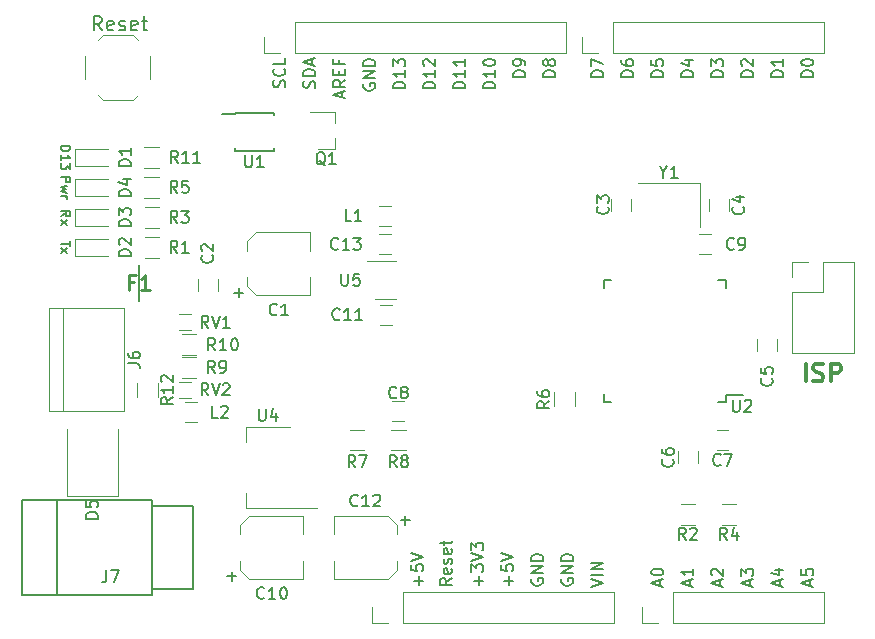
<source format=gto>
G04 #@! TF.FileFunction,Legend,Top*
%FSLAX46Y46*%
G04 Gerber Fmt 4.6, Leading zero omitted, Abs format (unit mm)*
G04 Created by KiCad (PCBNEW 4.0.7) date 10/13/17 09:52:24*
%MOMM*%
%LPD*%
G01*
G04 APERTURE LIST*
%ADD10C,0.100000*%
%ADD11C,0.200000*%
%ADD12C,0.300000*%
%ADD13C,0.150000*%
%ADD14C,0.120000*%
%ADD15C,0.254000*%
G04 APERTURE END LIST*
D10*
D11*
X101671429Y-122570905D02*
X101671429Y-121809000D01*
X102052381Y-122189952D02*
X101290476Y-122189952D01*
X101052381Y-120856619D02*
X101052381Y-121332810D01*
X101528571Y-121380429D01*
X101480952Y-121332810D01*
X101433333Y-121237572D01*
X101433333Y-120999476D01*
X101480952Y-120904238D01*
X101528571Y-120856619D01*
X101623810Y-120809000D01*
X101861905Y-120809000D01*
X101957143Y-120856619D01*
X102004762Y-120904238D01*
X102052381Y-120999476D01*
X102052381Y-121237572D01*
X102004762Y-121332810D01*
X101957143Y-121380429D01*
X101052381Y-120523286D02*
X102052381Y-120189953D01*
X101052381Y-119856619D01*
X104465381Y-121999476D02*
X103989190Y-122332810D01*
X104465381Y-122570905D02*
X103465381Y-122570905D01*
X103465381Y-122189952D01*
X103513000Y-122094714D01*
X103560619Y-122047095D01*
X103655857Y-121999476D01*
X103798714Y-121999476D01*
X103893952Y-122047095D01*
X103941571Y-122094714D01*
X103989190Y-122189952D01*
X103989190Y-122570905D01*
X104417762Y-121189952D02*
X104465381Y-121285190D01*
X104465381Y-121475667D01*
X104417762Y-121570905D01*
X104322524Y-121618524D01*
X103941571Y-121618524D01*
X103846333Y-121570905D01*
X103798714Y-121475667D01*
X103798714Y-121285190D01*
X103846333Y-121189952D01*
X103941571Y-121142333D01*
X104036810Y-121142333D01*
X104132048Y-121618524D01*
X104417762Y-120761381D02*
X104465381Y-120666143D01*
X104465381Y-120475667D01*
X104417762Y-120380428D01*
X104322524Y-120332809D01*
X104274905Y-120332809D01*
X104179667Y-120380428D01*
X104132048Y-120475667D01*
X104132048Y-120618524D01*
X104084429Y-120713762D01*
X103989190Y-120761381D01*
X103941571Y-120761381D01*
X103846333Y-120713762D01*
X103798714Y-120618524D01*
X103798714Y-120475667D01*
X103846333Y-120380428D01*
X104417762Y-119523285D02*
X104465381Y-119618523D01*
X104465381Y-119809000D01*
X104417762Y-119904238D01*
X104322524Y-119951857D01*
X103941571Y-119951857D01*
X103846333Y-119904238D01*
X103798714Y-119809000D01*
X103798714Y-119618523D01*
X103846333Y-119523285D01*
X103941571Y-119475666D01*
X104036810Y-119475666D01*
X104132048Y-119951857D01*
X103798714Y-119189952D02*
X103798714Y-118809000D01*
X103465381Y-119047095D02*
X104322524Y-119047095D01*
X104417762Y-118999476D01*
X104465381Y-118904238D01*
X104465381Y-118809000D01*
X106751429Y-122570905D02*
X106751429Y-121809000D01*
X107132381Y-122189952D02*
X106370476Y-122189952D01*
X106132381Y-121428048D02*
X106132381Y-120809000D01*
X106513333Y-121142334D01*
X106513333Y-120999476D01*
X106560952Y-120904238D01*
X106608571Y-120856619D01*
X106703810Y-120809000D01*
X106941905Y-120809000D01*
X107037143Y-120856619D01*
X107084762Y-120904238D01*
X107132381Y-120999476D01*
X107132381Y-121285191D01*
X107084762Y-121380429D01*
X107037143Y-121428048D01*
X106132381Y-120523286D02*
X107132381Y-120189953D01*
X106132381Y-119856619D01*
X106132381Y-119618524D02*
X106132381Y-118999476D01*
X106513333Y-119332810D01*
X106513333Y-119189952D01*
X106560952Y-119094714D01*
X106608571Y-119047095D01*
X106703810Y-118999476D01*
X106941905Y-118999476D01*
X107037143Y-119047095D01*
X107084762Y-119094714D01*
X107132381Y-119189952D01*
X107132381Y-119475667D01*
X107084762Y-119570905D01*
X107037143Y-119618524D01*
X109291429Y-122570905D02*
X109291429Y-121809000D01*
X109672381Y-122189952D02*
X108910476Y-122189952D01*
X108672381Y-120856619D02*
X108672381Y-121332810D01*
X109148571Y-121380429D01*
X109100952Y-121332810D01*
X109053333Y-121237572D01*
X109053333Y-120999476D01*
X109100952Y-120904238D01*
X109148571Y-120856619D01*
X109243810Y-120809000D01*
X109481905Y-120809000D01*
X109577143Y-120856619D01*
X109624762Y-120904238D01*
X109672381Y-120999476D01*
X109672381Y-121237572D01*
X109624762Y-121332810D01*
X109577143Y-121380429D01*
X108672381Y-120523286D02*
X109672381Y-120189953D01*
X108672381Y-119856619D01*
X111260000Y-122047095D02*
X111212381Y-122142333D01*
X111212381Y-122285190D01*
X111260000Y-122428048D01*
X111355238Y-122523286D01*
X111450476Y-122570905D01*
X111640952Y-122618524D01*
X111783810Y-122618524D01*
X111974286Y-122570905D01*
X112069524Y-122523286D01*
X112164762Y-122428048D01*
X112212381Y-122285190D01*
X112212381Y-122189952D01*
X112164762Y-122047095D01*
X112117143Y-121999476D01*
X111783810Y-121999476D01*
X111783810Y-122189952D01*
X112212381Y-121570905D02*
X111212381Y-121570905D01*
X112212381Y-120999476D01*
X111212381Y-120999476D01*
X112212381Y-120523286D02*
X111212381Y-120523286D01*
X111212381Y-120285191D01*
X111260000Y-120142333D01*
X111355238Y-120047095D01*
X111450476Y-119999476D01*
X111640952Y-119951857D01*
X111783810Y-119951857D01*
X111974286Y-119999476D01*
X112069524Y-120047095D01*
X112164762Y-120142333D01*
X112212381Y-120285191D01*
X112212381Y-120523286D01*
X113800000Y-122047095D02*
X113752381Y-122142333D01*
X113752381Y-122285190D01*
X113800000Y-122428048D01*
X113895238Y-122523286D01*
X113990476Y-122570905D01*
X114180952Y-122618524D01*
X114323810Y-122618524D01*
X114514286Y-122570905D01*
X114609524Y-122523286D01*
X114704762Y-122428048D01*
X114752381Y-122285190D01*
X114752381Y-122189952D01*
X114704762Y-122047095D01*
X114657143Y-121999476D01*
X114323810Y-121999476D01*
X114323810Y-122189952D01*
X114752381Y-121570905D02*
X113752381Y-121570905D01*
X114752381Y-120999476D01*
X113752381Y-120999476D01*
X114752381Y-120523286D02*
X113752381Y-120523286D01*
X113752381Y-120285191D01*
X113800000Y-120142333D01*
X113895238Y-120047095D01*
X113990476Y-119999476D01*
X114180952Y-119951857D01*
X114323810Y-119951857D01*
X114514286Y-119999476D01*
X114609524Y-120047095D01*
X114704762Y-120142333D01*
X114752381Y-120285191D01*
X114752381Y-120523286D01*
X116292381Y-122713762D02*
X117292381Y-122380429D01*
X116292381Y-122047095D01*
X117292381Y-121713762D02*
X116292381Y-121713762D01*
X117292381Y-121237572D02*
X116292381Y-121237572D01*
X117292381Y-120666143D01*
X116292381Y-120666143D01*
X134786667Y-122618524D02*
X134786667Y-122142333D01*
X135072381Y-122713762D02*
X134072381Y-122380429D01*
X135072381Y-122047095D01*
X134072381Y-121237571D02*
X134072381Y-121713762D01*
X134548571Y-121761381D01*
X134500952Y-121713762D01*
X134453333Y-121618524D01*
X134453333Y-121380428D01*
X134500952Y-121285190D01*
X134548571Y-121237571D01*
X134643810Y-121189952D01*
X134881905Y-121189952D01*
X134977143Y-121237571D01*
X135024762Y-121285190D01*
X135072381Y-121380428D01*
X135072381Y-121618524D01*
X135024762Y-121713762D01*
X134977143Y-121761381D01*
X132246667Y-122618524D02*
X132246667Y-122142333D01*
X132532381Y-122713762D02*
X131532381Y-122380429D01*
X132532381Y-122047095D01*
X131865714Y-121285190D02*
X132532381Y-121285190D01*
X131484762Y-121523286D02*
X132199048Y-121761381D01*
X132199048Y-121142333D01*
X129706667Y-122618524D02*
X129706667Y-122142333D01*
X129992381Y-122713762D02*
X128992381Y-122380429D01*
X129992381Y-122047095D01*
X128992381Y-121809000D02*
X128992381Y-121189952D01*
X129373333Y-121523286D01*
X129373333Y-121380428D01*
X129420952Y-121285190D01*
X129468571Y-121237571D01*
X129563810Y-121189952D01*
X129801905Y-121189952D01*
X129897143Y-121237571D01*
X129944762Y-121285190D01*
X129992381Y-121380428D01*
X129992381Y-121666143D01*
X129944762Y-121761381D01*
X129897143Y-121809000D01*
X127166667Y-122618524D02*
X127166667Y-122142333D01*
X127452381Y-122713762D02*
X126452381Y-122380429D01*
X127452381Y-122047095D01*
X126547619Y-121761381D02*
X126500000Y-121713762D01*
X126452381Y-121618524D01*
X126452381Y-121380428D01*
X126500000Y-121285190D01*
X126547619Y-121237571D01*
X126642857Y-121189952D01*
X126738095Y-121189952D01*
X126880952Y-121237571D01*
X127452381Y-121809000D01*
X127452381Y-121189952D01*
X124626667Y-122618524D02*
X124626667Y-122142333D01*
X124912381Y-122713762D02*
X123912381Y-122380429D01*
X124912381Y-122047095D01*
X124912381Y-121189952D02*
X124912381Y-121761381D01*
X124912381Y-121475667D02*
X123912381Y-121475667D01*
X124055238Y-121570905D01*
X124150476Y-121666143D01*
X124198095Y-121761381D01*
X122086667Y-122618524D02*
X122086667Y-122142333D01*
X122372381Y-122713762D02*
X121372381Y-122380429D01*
X122372381Y-122047095D01*
X121372381Y-121523286D02*
X121372381Y-121428047D01*
X121420000Y-121332809D01*
X121467619Y-121285190D01*
X121562857Y-121237571D01*
X121753333Y-121189952D01*
X121991429Y-121189952D01*
X122181905Y-121237571D01*
X122277143Y-121285190D01*
X122324762Y-121332809D01*
X122372381Y-121428047D01*
X122372381Y-121523286D01*
X122324762Y-121618524D01*
X122277143Y-121666143D01*
X122181905Y-121713762D01*
X121991429Y-121761381D01*
X121753333Y-121761381D01*
X121562857Y-121713762D01*
X121467619Y-121666143D01*
X121420000Y-121618524D01*
X121372381Y-121523286D01*
X135072381Y-79565286D02*
X134072381Y-79565286D01*
X134072381Y-79327191D01*
X134120000Y-79184333D01*
X134215238Y-79089095D01*
X134310476Y-79041476D01*
X134500952Y-78993857D01*
X134643810Y-78993857D01*
X134834286Y-79041476D01*
X134929524Y-79089095D01*
X135024762Y-79184333D01*
X135072381Y-79327191D01*
X135072381Y-79565286D01*
X134072381Y-78374810D02*
X134072381Y-78279571D01*
X134120000Y-78184333D01*
X134167619Y-78136714D01*
X134262857Y-78089095D01*
X134453333Y-78041476D01*
X134691429Y-78041476D01*
X134881905Y-78089095D01*
X134977143Y-78136714D01*
X135024762Y-78184333D01*
X135072381Y-78279571D01*
X135072381Y-78374810D01*
X135024762Y-78470048D01*
X134977143Y-78517667D01*
X134881905Y-78565286D01*
X134691429Y-78612905D01*
X134453333Y-78612905D01*
X134262857Y-78565286D01*
X134167619Y-78517667D01*
X134120000Y-78470048D01*
X134072381Y-78374810D01*
X132532381Y-79565286D02*
X131532381Y-79565286D01*
X131532381Y-79327191D01*
X131580000Y-79184333D01*
X131675238Y-79089095D01*
X131770476Y-79041476D01*
X131960952Y-78993857D01*
X132103810Y-78993857D01*
X132294286Y-79041476D01*
X132389524Y-79089095D01*
X132484762Y-79184333D01*
X132532381Y-79327191D01*
X132532381Y-79565286D01*
X132532381Y-78041476D02*
X132532381Y-78612905D01*
X132532381Y-78327191D02*
X131532381Y-78327191D01*
X131675238Y-78422429D01*
X131770476Y-78517667D01*
X131818095Y-78612905D01*
X129992381Y-79565286D02*
X128992381Y-79565286D01*
X128992381Y-79327191D01*
X129040000Y-79184333D01*
X129135238Y-79089095D01*
X129230476Y-79041476D01*
X129420952Y-78993857D01*
X129563810Y-78993857D01*
X129754286Y-79041476D01*
X129849524Y-79089095D01*
X129944762Y-79184333D01*
X129992381Y-79327191D01*
X129992381Y-79565286D01*
X129087619Y-78612905D02*
X129040000Y-78565286D01*
X128992381Y-78470048D01*
X128992381Y-78231952D01*
X129040000Y-78136714D01*
X129087619Y-78089095D01*
X129182857Y-78041476D01*
X129278095Y-78041476D01*
X129420952Y-78089095D01*
X129992381Y-78660524D01*
X129992381Y-78041476D01*
X127452381Y-79565286D02*
X126452381Y-79565286D01*
X126452381Y-79327191D01*
X126500000Y-79184333D01*
X126595238Y-79089095D01*
X126690476Y-79041476D01*
X126880952Y-78993857D01*
X127023810Y-78993857D01*
X127214286Y-79041476D01*
X127309524Y-79089095D01*
X127404762Y-79184333D01*
X127452381Y-79327191D01*
X127452381Y-79565286D01*
X126452381Y-78660524D02*
X126452381Y-78041476D01*
X126833333Y-78374810D01*
X126833333Y-78231952D01*
X126880952Y-78136714D01*
X126928571Y-78089095D01*
X127023810Y-78041476D01*
X127261905Y-78041476D01*
X127357143Y-78089095D01*
X127404762Y-78136714D01*
X127452381Y-78231952D01*
X127452381Y-78517667D01*
X127404762Y-78612905D01*
X127357143Y-78660524D01*
X124912381Y-79565286D02*
X123912381Y-79565286D01*
X123912381Y-79327191D01*
X123960000Y-79184333D01*
X124055238Y-79089095D01*
X124150476Y-79041476D01*
X124340952Y-78993857D01*
X124483810Y-78993857D01*
X124674286Y-79041476D01*
X124769524Y-79089095D01*
X124864762Y-79184333D01*
X124912381Y-79327191D01*
X124912381Y-79565286D01*
X124245714Y-78136714D02*
X124912381Y-78136714D01*
X123864762Y-78374810D02*
X124579048Y-78612905D01*
X124579048Y-77993857D01*
X122372381Y-79565286D02*
X121372381Y-79565286D01*
X121372381Y-79327191D01*
X121420000Y-79184333D01*
X121515238Y-79089095D01*
X121610476Y-79041476D01*
X121800952Y-78993857D01*
X121943810Y-78993857D01*
X122134286Y-79041476D01*
X122229524Y-79089095D01*
X122324762Y-79184333D01*
X122372381Y-79327191D01*
X122372381Y-79565286D01*
X121372381Y-78089095D02*
X121372381Y-78565286D01*
X121848571Y-78612905D01*
X121800952Y-78565286D01*
X121753333Y-78470048D01*
X121753333Y-78231952D01*
X121800952Y-78136714D01*
X121848571Y-78089095D01*
X121943810Y-78041476D01*
X122181905Y-78041476D01*
X122277143Y-78089095D01*
X122324762Y-78136714D01*
X122372381Y-78231952D01*
X122372381Y-78470048D01*
X122324762Y-78565286D01*
X122277143Y-78612905D01*
X119832381Y-79565286D02*
X118832381Y-79565286D01*
X118832381Y-79327191D01*
X118880000Y-79184333D01*
X118975238Y-79089095D01*
X119070476Y-79041476D01*
X119260952Y-78993857D01*
X119403810Y-78993857D01*
X119594286Y-79041476D01*
X119689524Y-79089095D01*
X119784762Y-79184333D01*
X119832381Y-79327191D01*
X119832381Y-79565286D01*
X118832381Y-78136714D02*
X118832381Y-78327191D01*
X118880000Y-78422429D01*
X118927619Y-78470048D01*
X119070476Y-78565286D01*
X119260952Y-78612905D01*
X119641905Y-78612905D01*
X119737143Y-78565286D01*
X119784762Y-78517667D01*
X119832381Y-78422429D01*
X119832381Y-78231952D01*
X119784762Y-78136714D01*
X119737143Y-78089095D01*
X119641905Y-78041476D01*
X119403810Y-78041476D01*
X119308571Y-78089095D01*
X119260952Y-78136714D01*
X119213333Y-78231952D01*
X119213333Y-78422429D01*
X119260952Y-78517667D01*
X119308571Y-78565286D01*
X119403810Y-78612905D01*
X117292381Y-79565286D02*
X116292381Y-79565286D01*
X116292381Y-79327191D01*
X116340000Y-79184333D01*
X116435238Y-79089095D01*
X116530476Y-79041476D01*
X116720952Y-78993857D01*
X116863810Y-78993857D01*
X117054286Y-79041476D01*
X117149524Y-79089095D01*
X117244762Y-79184333D01*
X117292381Y-79327191D01*
X117292381Y-79565286D01*
X116292381Y-78660524D02*
X116292381Y-77993857D01*
X117292381Y-78422429D01*
X113228381Y-79565286D02*
X112228381Y-79565286D01*
X112228381Y-79327191D01*
X112276000Y-79184333D01*
X112371238Y-79089095D01*
X112466476Y-79041476D01*
X112656952Y-78993857D01*
X112799810Y-78993857D01*
X112990286Y-79041476D01*
X113085524Y-79089095D01*
X113180762Y-79184333D01*
X113228381Y-79327191D01*
X113228381Y-79565286D01*
X112656952Y-78422429D02*
X112609333Y-78517667D01*
X112561714Y-78565286D01*
X112466476Y-78612905D01*
X112418857Y-78612905D01*
X112323619Y-78565286D01*
X112276000Y-78517667D01*
X112228381Y-78422429D01*
X112228381Y-78231952D01*
X112276000Y-78136714D01*
X112323619Y-78089095D01*
X112418857Y-78041476D01*
X112466476Y-78041476D01*
X112561714Y-78089095D01*
X112609333Y-78136714D01*
X112656952Y-78231952D01*
X112656952Y-78422429D01*
X112704571Y-78517667D01*
X112752190Y-78565286D01*
X112847429Y-78612905D01*
X113037905Y-78612905D01*
X113133143Y-78565286D01*
X113180762Y-78517667D01*
X113228381Y-78422429D01*
X113228381Y-78231952D01*
X113180762Y-78136714D01*
X113133143Y-78089095D01*
X113037905Y-78041476D01*
X112847429Y-78041476D01*
X112752190Y-78089095D01*
X112704571Y-78136714D01*
X112656952Y-78231952D01*
X110688381Y-79565286D02*
X109688381Y-79565286D01*
X109688381Y-79327191D01*
X109736000Y-79184333D01*
X109831238Y-79089095D01*
X109926476Y-79041476D01*
X110116952Y-78993857D01*
X110259810Y-78993857D01*
X110450286Y-79041476D01*
X110545524Y-79089095D01*
X110640762Y-79184333D01*
X110688381Y-79327191D01*
X110688381Y-79565286D01*
X110688381Y-78517667D02*
X110688381Y-78327191D01*
X110640762Y-78231952D01*
X110593143Y-78184333D01*
X110450286Y-78089095D01*
X110259810Y-78041476D01*
X109878857Y-78041476D01*
X109783619Y-78089095D01*
X109736000Y-78136714D01*
X109688381Y-78231952D01*
X109688381Y-78422429D01*
X109736000Y-78517667D01*
X109783619Y-78565286D01*
X109878857Y-78612905D01*
X110116952Y-78612905D01*
X110212190Y-78565286D01*
X110259810Y-78517667D01*
X110307429Y-78422429D01*
X110307429Y-78231952D01*
X110259810Y-78136714D01*
X110212190Y-78089095D01*
X110116952Y-78041476D01*
X108148381Y-80517667D02*
X107148381Y-80517667D01*
X107148381Y-80279572D01*
X107196000Y-80136714D01*
X107291238Y-80041476D01*
X107386476Y-79993857D01*
X107576952Y-79946238D01*
X107719810Y-79946238D01*
X107910286Y-79993857D01*
X108005524Y-80041476D01*
X108100762Y-80136714D01*
X108148381Y-80279572D01*
X108148381Y-80517667D01*
X108148381Y-78993857D02*
X108148381Y-79565286D01*
X108148381Y-79279572D02*
X107148381Y-79279572D01*
X107291238Y-79374810D01*
X107386476Y-79470048D01*
X107434095Y-79565286D01*
X107148381Y-78374810D02*
X107148381Y-78279571D01*
X107196000Y-78184333D01*
X107243619Y-78136714D01*
X107338857Y-78089095D01*
X107529333Y-78041476D01*
X107767429Y-78041476D01*
X107957905Y-78089095D01*
X108053143Y-78136714D01*
X108100762Y-78184333D01*
X108148381Y-78279571D01*
X108148381Y-78374810D01*
X108100762Y-78470048D01*
X108053143Y-78517667D01*
X107957905Y-78565286D01*
X107767429Y-78612905D01*
X107529333Y-78612905D01*
X107338857Y-78565286D01*
X107243619Y-78517667D01*
X107196000Y-78470048D01*
X107148381Y-78374810D01*
X105608381Y-80517667D02*
X104608381Y-80517667D01*
X104608381Y-80279572D01*
X104656000Y-80136714D01*
X104751238Y-80041476D01*
X104846476Y-79993857D01*
X105036952Y-79946238D01*
X105179810Y-79946238D01*
X105370286Y-79993857D01*
X105465524Y-80041476D01*
X105560762Y-80136714D01*
X105608381Y-80279572D01*
X105608381Y-80517667D01*
X105608381Y-78993857D02*
X105608381Y-79565286D01*
X105608381Y-79279572D02*
X104608381Y-79279572D01*
X104751238Y-79374810D01*
X104846476Y-79470048D01*
X104894095Y-79565286D01*
X105608381Y-78041476D02*
X105608381Y-78612905D01*
X105608381Y-78327191D02*
X104608381Y-78327191D01*
X104751238Y-78422429D01*
X104846476Y-78517667D01*
X104894095Y-78612905D01*
X103068381Y-80517667D02*
X102068381Y-80517667D01*
X102068381Y-80279572D01*
X102116000Y-80136714D01*
X102211238Y-80041476D01*
X102306476Y-79993857D01*
X102496952Y-79946238D01*
X102639810Y-79946238D01*
X102830286Y-79993857D01*
X102925524Y-80041476D01*
X103020762Y-80136714D01*
X103068381Y-80279572D01*
X103068381Y-80517667D01*
X103068381Y-78993857D02*
X103068381Y-79565286D01*
X103068381Y-79279572D02*
X102068381Y-79279572D01*
X102211238Y-79374810D01*
X102306476Y-79470048D01*
X102354095Y-79565286D01*
X102163619Y-78612905D02*
X102116000Y-78565286D01*
X102068381Y-78470048D01*
X102068381Y-78231952D01*
X102116000Y-78136714D01*
X102163619Y-78089095D01*
X102258857Y-78041476D01*
X102354095Y-78041476D01*
X102496952Y-78089095D01*
X103068381Y-78660524D01*
X103068381Y-78041476D01*
X100528381Y-80517667D02*
X99528381Y-80517667D01*
X99528381Y-80279572D01*
X99576000Y-80136714D01*
X99671238Y-80041476D01*
X99766476Y-79993857D01*
X99956952Y-79946238D01*
X100099810Y-79946238D01*
X100290286Y-79993857D01*
X100385524Y-80041476D01*
X100480762Y-80136714D01*
X100528381Y-80279572D01*
X100528381Y-80517667D01*
X100528381Y-78993857D02*
X100528381Y-79565286D01*
X100528381Y-79279572D02*
X99528381Y-79279572D01*
X99671238Y-79374810D01*
X99766476Y-79470048D01*
X99814095Y-79565286D01*
X99528381Y-78660524D02*
X99528381Y-78041476D01*
X99909333Y-78374810D01*
X99909333Y-78231952D01*
X99956952Y-78136714D01*
X100004571Y-78089095D01*
X100099810Y-78041476D01*
X100337905Y-78041476D01*
X100433143Y-78089095D01*
X100480762Y-78136714D01*
X100528381Y-78231952D01*
X100528381Y-78517667D01*
X100480762Y-78612905D01*
X100433143Y-78660524D01*
X97036000Y-80136714D02*
X96988381Y-80231952D01*
X96988381Y-80374809D01*
X97036000Y-80517667D01*
X97131238Y-80612905D01*
X97226476Y-80660524D01*
X97416952Y-80708143D01*
X97559810Y-80708143D01*
X97750286Y-80660524D01*
X97845524Y-80612905D01*
X97940762Y-80517667D01*
X97988381Y-80374809D01*
X97988381Y-80279571D01*
X97940762Y-80136714D01*
X97893143Y-80089095D01*
X97559810Y-80089095D01*
X97559810Y-80279571D01*
X97988381Y-79660524D02*
X96988381Y-79660524D01*
X97988381Y-79089095D01*
X96988381Y-79089095D01*
X97988381Y-78612905D02*
X96988381Y-78612905D01*
X96988381Y-78374810D01*
X97036000Y-78231952D01*
X97131238Y-78136714D01*
X97226476Y-78089095D01*
X97416952Y-78041476D01*
X97559810Y-78041476D01*
X97750286Y-78089095D01*
X97845524Y-78136714D01*
X97940762Y-78231952D01*
X97988381Y-78374810D01*
X97988381Y-78612905D01*
X95162667Y-81279572D02*
X95162667Y-80803381D01*
X95448381Y-81374810D02*
X94448381Y-81041477D01*
X95448381Y-80708143D01*
X95448381Y-79803381D02*
X94972190Y-80136715D01*
X95448381Y-80374810D02*
X94448381Y-80374810D01*
X94448381Y-79993857D01*
X94496000Y-79898619D01*
X94543619Y-79851000D01*
X94638857Y-79803381D01*
X94781714Y-79803381D01*
X94876952Y-79851000D01*
X94924571Y-79898619D01*
X94972190Y-79993857D01*
X94972190Y-80374810D01*
X94924571Y-79374810D02*
X94924571Y-79041476D01*
X95448381Y-78898619D02*
X95448381Y-79374810D01*
X94448381Y-79374810D01*
X94448381Y-78898619D01*
X94924571Y-78136714D02*
X94924571Y-78470048D01*
X95448381Y-78470048D02*
X94448381Y-78470048D01*
X94448381Y-77993857D01*
X92860762Y-80470048D02*
X92908381Y-80327191D01*
X92908381Y-80089095D01*
X92860762Y-79993857D01*
X92813143Y-79946238D01*
X92717905Y-79898619D01*
X92622667Y-79898619D01*
X92527429Y-79946238D01*
X92479810Y-79993857D01*
X92432190Y-80089095D01*
X92384571Y-80279572D01*
X92336952Y-80374810D01*
X92289333Y-80422429D01*
X92194095Y-80470048D01*
X92098857Y-80470048D01*
X92003619Y-80422429D01*
X91956000Y-80374810D01*
X91908381Y-80279572D01*
X91908381Y-80041476D01*
X91956000Y-79898619D01*
X92908381Y-79470048D02*
X91908381Y-79470048D01*
X91908381Y-79231953D01*
X91956000Y-79089095D01*
X92051238Y-78993857D01*
X92146476Y-78946238D01*
X92336952Y-78898619D01*
X92479810Y-78898619D01*
X92670286Y-78946238D01*
X92765524Y-78993857D01*
X92860762Y-79089095D01*
X92908381Y-79231953D01*
X92908381Y-79470048D01*
X92622667Y-78517667D02*
X92622667Y-78041476D01*
X92908381Y-78612905D02*
X91908381Y-78279572D01*
X92908381Y-77946238D01*
X90320762Y-80422429D02*
X90368381Y-80279572D01*
X90368381Y-80041476D01*
X90320762Y-79946238D01*
X90273143Y-79898619D01*
X90177905Y-79851000D01*
X90082667Y-79851000D01*
X89987429Y-79898619D01*
X89939810Y-79946238D01*
X89892190Y-80041476D01*
X89844571Y-80231953D01*
X89796952Y-80327191D01*
X89749333Y-80374810D01*
X89654095Y-80422429D01*
X89558857Y-80422429D01*
X89463619Y-80374810D01*
X89416000Y-80327191D01*
X89368381Y-80231953D01*
X89368381Y-79993857D01*
X89416000Y-79851000D01*
X90273143Y-78851000D02*
X90320762Y-78898619D01*
X90368381Y-79041476D01*
X90368381Y-79136714D01*
X90320762Y-79279572D01*
X90225524Y-79374810D01*
X90130286Y-79422429D01*
X89939810Y-79470048D01*
X89796952Y-79470048D01*
X89606476Y-79422429D01*
X89511238Y-79374810D01*
X89416000Y-79279572D01*
X89368381Y-79136714D01*
X89368381Y-79041476D01*
X89416000Y-78898619D01*
X89463619Y-78851000D01*
X90368381Y-77946238D02*
X90368381Y-78422429D01*
X89368381Y-78422429D01*
X74841287Y-75599857D02*
X74441287Y-75028429D01*
X74155572Y-75599857D02*
X74155572Y-74399857D01*
X74612715Y-74399857D01*
X74727001Y-74457000D01*
X74784144Y-74514143D01*
X74841287Y-74628429D01*
X74841287Y-74799857D01*
X74784144Y-74914143D01*
X74727001Y-74971286D01*
X74612715Y-75028429D01*
X74155572Y-75028429D01*
X75812715Y-75542714D02*
X75698429Y-75599857D01*
X75469858Y-75599857D01*
X75355572Y-75542714D01*
X75298429Y-75428429D01*
X75298429Y-74971286D01*
X75355572Y-74857000D01*
X75469858Y-74799857D01*
X75698429Y-74799857D01*
X75812715Y-74857000D01*
X75869858Y-74971286D01*
X75869858Y-75085571D01*
X75298429Y-75199857D01*
X76327000Y-75542714D02*
X76441286Y-75599857D01*
X76669858Y-75599857D01*
X76784143Y-75542714D01*
X76841286Y-75428429D01*
X76841286Y-75371286D01*
X76784143Y-75257000D01*
X76669858Y-75199857D01*
X76498429Y-75199857D01*
X76384143Y-75142714D01*
X76327000Y-75028429D01*
X76327000Y-74971286D01*
X76384143Y-74857000D01*
X76498429Y-74799857D01*
X76669858Y-74799857D01*
X76784143Y-74857000D01*
X77812715Y-75542714D02*
X77698429Y-75599857D01*
X77469858Y-75599857D01*
X77355572Y-75542714D01*
X77298429Y-75428429D01*
X77298429Y-74971286D01*
X77355572Y-74857000D01*
X77469858Y-74799857D01*
X77698429Y-74799857D01*
X77812715Y-74857000D01*
X77869858Y-74971286D01*
X77869858Y-75085571D01*
X77298429Y-75199857D01*
X78212715Y-74799857D02*
X78669858Y-74799857D01*
X78384143Y-74399857D02*
X78384143Y-75428429D01*
X78441286Y-75542714D01*
X78555572Y-75599857D01*
X78669858Y-75599857D01*
X71393095Y-85388571D02*
X72193095Y-85388571D01*
X72193095Y-85579047D01*
X72155000Y-85693333D01*
X72078810Y-85769524D01*
X72002619Y-85807619D01*
X71850238Y-85845714D01*
X71735952Y-85845714D01*
X71583571Y-85807619D01*
X71507381Y-85769524D01*
X71431190Y-85693333D01*
X71393095Y-85579047D01*
X71393095Y-85388571D01*
X71393095Y-86607619D02*
X71393095Y-86150476D01*
X71393095Y-86379047D02*
X72193095Y-86379047D01*
X72078810Y-86302857D01*
X72002619Y-86226666D01*
X71964524Y-86150476D01*
X72193095Y-86874286D02*
X72193095Y-87369524D01*
X71888333Y-87102857D01*
X71888333Y-87217143D01*
X71850238Y-87293333D01*
X71812143Y-87331429D01*
X71735952Y-87369524D01*
X71545476Y-87369524D01*
X71469286Y-87331429D01*
X71431190Y-87293333D01*
X71393095Y-87217143D01*
X71393095Y-86988571D01*
X71431190Y-86912381D01*
X71469286Y-86874286D01*
X71393095Y-88023810D02*
X72193095Y-88023810D01*
X72193095Y-88328572D01*
X72155000Y-88404763D01*
X72116905Y-88442858D01*
X72040714Y-88480953D01*
X71926429Y-88480953D01*
X71850238Y-88442858D01*
X71812143Y-88404763D01*
X71774048Y-88328572D01*
X71774048Y-88023810D01*
X71926429Y-88747620D02*
X71393095Y-88900001D01*
X71774048Y-89052382D01*
X71393095Y-89204763D01*
X71926429Y-89357144D01*
X71393095Y-89661905D02*
X71926429Y-89661905D01*
X71774048Y-89661905D02*
X71850238Y-89700000D01*
X71888333Y-89738096D01*
X71926429Y-89814286D01*
X71926429Y-89890477D01*
X71393095Y-91363810D02*
X71774048Y-91097143D01*
X71393095Y-90906667D02*
X72193095Y-90906667D01*
X72193095Y-91211429D01*
X72155000Y-91287620D01*
X72116905Y-91325715D01*
X72040714Y-91363810D01*
X71926429Y-91363810D01*
X71850238Y-91325715D01*
X71812143Y-91287620D01*
X71774048Y-91211429D01*
X71774048Y-90906667D01*
X71393095Y-91630477D02*
X71926429Y-92049524D01*
X71926429Y-91630477D02*
X71393095Y-92049524D01*
X72193095Y-93427619D02*
X72193095Y-93884762D01*
X71393095Y-93656191D02*
X72193095Y-93656191D01*
X71393095Y-94075239D02*
X71926429Y-94494286D01*
X71926429Y-94075239D02*
X71393095Y-94494286D01*
D12*
X134425715Y-105326571D02*
X134425715Y-103826571D01*
X135068572Y-105255143D02*
X135282858Y-105326571D01*
X135640001Y-105326571D01*
X135782858Y-105255143D01*
X135854287Y-105183714D01*
X135925715Y-105040857D01*
X135925715Y-104898000D01*
X135854287Y-104755143D01*
X135782858Y-104683714D01*
X135640001Y-104612286D01*
X135354287Y-104540857D01*
X135211429Y-104469429D01*
X135140001Y-104398000D01*
X135068572Y-104255143D01*
X135068572Y-104112286D01*
X135140001Y-103969429D01*
X135211429Y-103898000D01*
X135354287Y-103826571D01*
X135711429Y-103826571D01*
X135925715Y-103898000D01*
X136568572Y-105326571D02*
X136568572Y-103826571D01*
X137140000Y-103826571D01*
X137282858Y-103898000D01*
X137354286Y-103969429D01*
X137425715Y-104112286D01*
X137425715Y-104326571D01*
X137354286Y-104469429D01*
X137282858Y-104540857D01*
X137140000Y-104612286D01*
X136568572Y-104612286D01*
D13*
X82565000Y-122880000D02*
X79065000Y-122880000D01*
X82565000Y-115880000D02*
X82565000Y-122880000D01*
X79065000Y-115880000D02*
X82565000Y-115880000D01*
X79065000Y-123380000D02*
X71065000Y-123380000D01*
X79065000Y-115380000D02*
X79065000Y-123380000D01*
X71065000Y-115380000D02*
X79065000Y-115380000D01*
X68065000Y-123380000D02*
X68065000Y-119380000D01*
X71065000Y-123380000D02*
X68065000Y-123380000D01*
X71065000Y-115380000D02*
X71065000Y-123380000D01*
X68065000Y-115380000D02*
X71065000Y-115380000D01*
X68065000Y-119380000D02*
X68065000Y-115380000D01*
D14*
X92500000Y-98047000D02*
X92500000Y-96497000D01*
X92500000Y-92707000D02*
X92500000Y-94257000D01*
X87160000Y-93467000D02*
X87160000Y-94257000D01*
X87160000Y-97287000D02*
X87160000Y-96497000D01*
X92500000Y-92707000D02*
X87920000Y-92707000D01*
X87920000Y-92707000D02*
X87160000Y-93467000D01*
X87160000Y-97287000D02*
X87920000Y-98047000D01*
X87920000Y-98047000D02*
X92500000Y-98047000D01*
X84670000Y-97655000D02*
X84670000Y-96655000D01*
X82970000Y-96655000D02*
X82970000Y-97655000D01*
X117960126Y-89860164D02*
X117960126Y-90860164D01*
X119660126Y-90860164D02*
X119660126Y-89860164D01*
X127915126Y-90876164D02*
X127915126Y-89876164D01*
X126215126Y-89876164D02*
X126215126Y-90876164D01*
X132041000Y-102735000D02*
X132041000Y-101735000D01*
X130341000Y-101735000D02*
X130341000Y-102735000D01*
X125310000Y-112244000D02*
X125310000Y-111244000D01*
X123610000Y-111244000D02*
X123610000Y-112244000D01*
X126897000Y-111150000D02*
X127897000Y-111150000D01*
X127897000Y-109450000D02*
X126897000Y-109450000D01*
X100449000Y-106973000D02*
X99449000Y-106973000D01*
X99449000Y-108673000D02*
X100449000Y-108673000D01*
X126400000Y-92850000D02*
X125400000Y-92850000D01*
X125400000Y-94550000D02*
X126400000Y-94550000D01*
X91910000Y-122050000D02*
X91910000Y-120500000D01*
X91910000Y-116710000D02*
X91910000Y-118260000D01*
X86570000Y-117470000D02*
X86570000Y-118260000D01*
X86570000Y-121290000D02*
X86570000Y-120500000D01*
X91910000Y-116710000D02*
X87330000Y-116710000D01*
X87330000Y-116710000D02*
X86570000Y-117470000D01*
X86570000Y-121290000D02*
X87330000Y-122050000D01*
X87330000Y-122050000D02*
X91910000Y-122050000D01*
X99433000Y-98845000D02*
X98433000Y-98845000D01*
X98433000Y-100545000D02*
X99433000Y-100545000D01*
X94485000Y-116710000D02*
X94485000Y-118260000D01*
X94485000Y-122050000D02*
X94485000Y-120500000D01*
X99825000Y-121290000D02*
X99825000Y-120500000D01*
X99825000Y-117470000D02*
X99825000Y-118260000D01*
X94485000Y-122050000D02*
X99065000Y-122050000D01*
X99065000Y-122050000D02*
X99825000Y-121290000D01*
X99825000Y-117470000D02*
X99065000Y-116710000D01*
X99065000Y-116710000D02*
X94485000Y-116710000D01*
X98306000Y-94576000D02*
X99306000Y-94576000D01*
X99306000Y-92876000D02*
X98306000Y-92876000D01*
X72600000Y-85660000D02*
X72600000Y-87060000D01*
X72600000Y-87060000D02*
X75400000Y-87060000D01*
X72600000Y-85660000D02*
X75400000Y-85660000D01*
X72579000Y-93280000D02*
X72579000Y-94680000D01*
X72579000Y-94680000D02*
X75379000Y-94680000D01*
X72579000Y-93280000D02*
X75379000Y-93280000D01*
X72579000Y-90740000D02*
X72579000Y-92140000D01*
X72579000Y-92140000D02*
X75379000Y-92140000D01*
X72579000Y-90740000D02*
X75379000Y-90740000D01*
X72579000Y-88200000D02*
X72579000Y-89600000D01*
X72579000Y-89600000D02*
X75379000Y-89600000D01*
X72579000Y-88200000D02*
X75379000Y-88200000D01*
X100330000Y-125790000D02*
X118170000Y-125790000D01*
X118170000Y-125790000D02*
X118170000Y-123130000D01*
X118170000Y-123130000D02*
X100330000Y-123130000D01*
X100330000Y-123130000D02*
X100330000Y-125790000D01*
X99060000Y-125790000D02*
X97730000Y-125790000D01*
X97730000Y-125790000D02*
X97730000Y-124460000D01*
X123190000Y-125790000D02*
X135950000Y-125790000D01*
X135950000Y-125790000D02*
X135950000Y-123130000D01*
X135950000Y-123130000D02*
X123190000Y-123130000D01*
X123190000Y-123130000D02*
X123190000Y-125790000D01*
X121920000Y-125790000D02*
X120590000Y-125790000D01*
X120590000Y-125790000D02*
X120590000Y-124460000D01*
X91186000Y-77530000D02*
X114106000Y-77530000D01*
X114106000Y-77530000D02*
X114106000Y-74870000D01*
X114106000Y-74870000D02*
X91186000Y-74870000D01*
X91186000Y-74870000D02*
X91186000Y-77530000D01*
X89916000Y-77530000D02*
X88586000Y-77530000D01*
X88586000Y-77530000D02*
X88586000Y-76200000D01*
X118110000Y-77530000D02*
X135950000Y-77530000D01*
X135950000Y-77530000D02*
X135950000Y-74870000D01*
X135950000Y-74870000D02*
X118110000Y-74870000D01*
X118110000Y-74870000D02*
X118110000Y-77530000D01*
X116840000Y-77530000D02*
X115510000Y-77530000D01*
X115510000Y-77530000D02*
X115510000Y-76200000D01*
X133290000Y-102930000D02*
X138490000Y-102930000D01*
X133290000Y-97790000D02*
X133290000Y-102930000D01*
X138490000Y-95190000D02*
X138490000Y-102930000D01*
X133290000Y-97790000D02*
X135890000Y-97790000D01*
X135890000Y-97790000D02*
X135890000Y-95190000D01*
X135890000Y-95190000D02*
X138490000Y-95190000D01*
X133290000Y-96520000D02*
X133290000Y-95190000D01*
X133290000Y-95190000D02*
X134620000Y-95190000D01*
X70345000Y-99115000D02*
X70345000Y-107815000D01*
X76755000Y-99115000D02*
X76755000Y-107815000D01*
X76755000Y-107815000D02*
X70345000Y-107815000D01*
X71575000Y-107815000D02*
X71575000Y-99115000D01*
X70345000Y-99115000D02*
X76755000Y-99115000D01*
X98290000Y-92163000D02*
X99290000Y-92163000D01*
X99290000Y-90463000D02*
X98290000Y-90463000D01*
X82923000Y-107100000D02*
X81923000Y-107100000D01*
X81923000Y-108800000D02*
X82923000Y-108800000D01*
X94629000Y-85654000D02*
X94629000Y-84724000D01*
X94629000Y-82494000D02*
X94629000Y-83424000D01*
X94629000Y-82494000D02*
X92469000Y-82494000D01*
X94629000Y-85654000D02*
X93169000Y-85654000D01*
X78460000Y-93100000D02*
X79660000Y-93100000D01*
X79660000Y-94860000D02*
X78460000Y-94860000D01*
X123854000Y-115741000D02*
X125054000Y-115741000D01*
X125054000Y-117501000D02*
X123854000Y-117501000D01*
X78460000Y-90560000D02*
X79660000Y-90560000D01*
X79660000Y-92320000D02*
X78460000Y-92320000D01*
X127349000Y-115741000D02*
X128549000Y-115741000D01*
X128549000Y-117501000D02*
X127349000Y-117501000D01*
X78455000Y-88020000D02*
X79655000Y-88020000D01*
X79655000Y-89780000D02*
X78455000Y-89780000D01*
X113120000Y-107450000D02*
X113120000Y-106250000D01*
X114880000Y-106250000D02*
X114880000Y-107450000D01*
X97070022Y-111176324D02*
X95870022Y-111176324D01*
X95870022Y-109416324D02*
X97070022Y-109416324D01*
X100565022Y-111176324D02*
X99365022Y-111176324D01*
X99365022Y-109416324D02*
X100565022Y-109416324D01*
X81635000Y-103260000D02*
X82835000Y-103260000D01*
X82835000Y-105020000D02*
X81635000Y-105020000D01*
X81635000Y-101355000D02*
X82835000Y-101355000D01*
X82835000Y-103115000D02*
X81635000Y-103115000D01*
X78455000Y-85480000D02*
X79655000Y-85480000D01*
X79655000Y-87240000D02*
X78455000Y-87240000D01*
X77860000Y-106645000D02*
X77860000Y-105445000D01*
X79620000Y-105445000D02*
X79620000Y-106645000D01*
X82415000Y-101010000D02*
X81415000Y-101010000D01*
X81415000Y-99650000D02*
X82415000Y-99650000D01*
X82415000Y-106725000D02*
X81415000Y-106725000D01*
X81415000Y-105365000D02*
X82415000Y-105365000D01*
X74500000Y-81040000D02*
X74950000Y-81490000D01*
X77900000Y-81040000D02*
X77450000Y-81490000D01*
X77900000Y-76440000D02*
X77450000Y-75990000D01*
X74500000Y-76440000D02*
X74950000Y-75990000D01*
X78950000Y-77740000D02*
X78950000Y-79740000D01*
X74950000Y-81490000D02*
X77450000Y-81490000D01*
X73450000Y-77740000D02*
X73450000Y-79740000D01*
X74950000Y-75990000D02*
X77450000Y-75990000D01*
D13*
X86132000Y-82576000D02*
X86132000Y-82701000D01*
X89382000Y-82576000D02*
X89382000Y-82801000D01*
X89382000Y-85826000D02*
X89382000Y-85601000D01*
X86132000Y-85826000D02*
X86132000Y-85601000D01*
X86132000Y-82576000D02*
X89382000Y-82576000D01*
X86132000Y-85826000D02*
X89382000Y-85826000D01*
X86132000Y-82701000D02*
X85057000Y-82701000D01*
X127675000Y-107075000D02*
X127675000Y-106475000D01*
X117325000Y-107075000D02*
X117325000Y-106405000D01*
X117325000Y-96725000D02*
X117325000Y-97395000D01*
X127675000Y-96725000D02*
X127675000Y-97395000D01*
X127675000Y-107075000D02*
X127005000Y-107075000D01*
X127675000Y-96725000D02*
X127005000Y-96725000D01*
X117325000Y-96725000D02*
X117995000Y-96725000D01*
X117325000Y-107075000D02*
X117995000Y-107075000D01*
X127675000Y-106475000D02*
X129150000Y-106475000D01*
D14*
X87015000Y-109225000D02*
X87015000Y-110485000D01*
X87015000Y-116045000D02*
X87015000Y-114785000D01*
X90775000Y-109225000D02*
X87015000Y-109225000D01*
X93025000Y-116045000D02*
X87015000Y-116045000D01*
X97949000Y-98318000D02*
X99749000Y-98318000D01*
X99749000Y-95098000D02*
X97299000Y-95098000D01*
X125525126Y-92242164D02*
X125525126Y-88542164D01*
X125525126Y-88542164D02*
X120225126Y-88542164D01*
X71891000Y-115056000D02*
X76191000Y-115056000D01*
X76191000Y-115056000D02*
X76191000Y-109356000D01*
X71891000Y-115056000D02*
X71891000Y-109356000D01*
D11*
X78000000Y-98520000D02*
X78000000Y-95480000D01*
D13*
X75231667Y-121332381D02*
X75231667Y-122046667D01*
X75184047Y-122189524D01*
X75088809Y-122284762D01*
X74945952Y-122332381D01*
X74850714Y-122332381D01*
X75612619Y-121332381D02*
X76279286Y-121332381D01*
X75850714Y-122332381D01*
X89663334Y-99654143D02*
X89615715Y-99701762D01*
X89472858Y-99749381D01*
X89377620Y-99749381D01*
X89234762Y-99701762D01*
X89139524Y-99606524D01*
X89091905Y-99511286D01*
X89044286Y-99320810D01*
X89044286Y-99177952D01*
X89091905Y-98987476D01*
X89139524Y-98892238D01*
X89234762Y-98797000D01*
X89377620Y-98749381D01*
X89472858Y-98749381D01*
X89615715Y-98797000D01*
X89663334Y-98844619D01*
X90615715Y-99749381D02*
X90044286Y-99749381D01*
X90330000Y-99749381D02*
X90330000Y-98749381D01*
X90234762Y-98892238D01*
X90139524Y-98987476D01*
X90044286Y-99035095D01*
X86069048Y-97808429D02*
X86830953Y-97808429D01*
X86450001Y-98189381D02*
X86450001Y-97427476D01*
X84177143Y-94654666D02*
X84224762Y-94702285D01*
X84272381Y-94845142D01*
X84272381Y-94940380D01*
X84224762Y-95083238D01*
X84129524Y-95178476D01*
X84034286Y-95226095D01*
X83843810Y-95273714D01*
X83700952Y-95273714D01*
X83510476Y-95226095D01*
X83415238Y-95178476D01*
X83320000Y-95083238D01*
X83272381Y-94940380D01*
X83272381Y-94845142D01*
X83320000Y-94702285D01*
X83367619Y-94654666D01*
X83367619Y-94273714D02*
X83320000Y-94226095D01*
X83272381Y-94130857D01*
X83272381Y-93892761D01*
X83320000Y-93797523D01*
X83367619Y-93749904D01*
X83462857Y-93702285D01*
X83558095Y-93702285D01*
X83700952Y-93749904D01*
X84272381Y-94321333D01*
X84272381Y-93702285D01*
X117667269Y-90526830D02*
X117714888Y-90574449D01*
X117762507Y-90717306D01*
X117762507Y-90812544D01*
X117714888Y-90955402D01*
X117619650Y-91050640D01*
X117524412Y-91098259D01*
X117333936Y-91145878D01*
X117191078Y-91145878D01*
X117000602Y-91098259D01*
X116905364Y-91050640D01*
X116810126Y-90955402D01*
X116762507Y-90812544D01*
X116762507Y-90717306D01*
X116810126Y-90574449D01*
X116857745Y-90526830D01*
X116762507Y-90193497D02*
X116762507Y-89574449D01*
X117143459Y-89907783D01*
X117143459Y-89764925D01*
X117191078Y-89669687D01*
X117238697Y-89622068D01*
X117333936Y-89574449D01*
X117572031Y-89574449D01*
X117667269Y-89622068D01*
X117714888Y-89669687D01*
X117762507Y-89764925D01*
X117762507Y-90050640D01*
X117714888Y-90145878D01*
X117667269Y-90193497D01*
X129135143Y-90542830D02*
X129182762Y-90590449D01*
X129230381Y-90733306D01*
X129230381Y-90828544D01*
X129182762Y-90971402D01*
X129087524Y-91066640D01*
X128992286Y-91114259D01*
X128801810Y-91161878D01*
X128658952Y-91161878D01*
X128468476Y-91114259D01*
X128373238Y-91066640D01*
X128278000Y-90971402D01*
X128230381Y-90828544D01*
X128230381Y-90733306D01*
X128278000Y-90590449D01*
X128325619Y-90542830D01*
X128563714Y-89685687D02*
X129230381Y-89685687D01*
X128182762Y-89923783D02*
X128897048Y-90161878D01*
X128897048Y-89542830D01*
X131548143Y-105068666D02*
X131595762Y-105116285D01*
X131643381Y-105259142D01*
X131643381Y-105354380D01*
X131595762Y-105497238D01*
X131500524Y-105592476D01*
X131405286Y-105640095D01*
X131214810Y-105687714D01*
X131071952Y-105687714D01*
X130881476Y-105640095D01*
X130786238Y-105592476D01*
X130691000Y-105497238D01*
X130643381Y-105354380D01*
X130643381Y-105259142D01*
X130691000Y-105116285D01*
X130738619Y-105068666D01*
X130643381Y-104163904D02*
X130643381Y-104640095D01*
X131119571Y-104687714D01*
X131071952Y-104640095D01*
X131024333Y-104544857D01*
X131024333Y-104306761D01*
X131071952Y-104211523D01*
X131119571Y-104163904D01*
X131214810Y-104116285D01*
X131452905Y-104116285D01*
X131548143Y-104163904D01*
X131595762Y-104211523D01*
X131643381Y-104306761D01*
X131643381Y-104544857D01*
X131595762Y-104640095D01*
X131548143Y-104687714D01*
X123166143Y-111926666D02*
X123213762Y-111974285D01*
X123261381Y-112117142D01*
X123261381Y-112212380D01*
X123213762Y-112355238D01*
X123118524Y-112450476D01*
X123023286Y-112498095D01*
X122832810Y-112545714D01*
X122689952Y-112545714D01*
X122499476Y-112498095D01*
X122404238Y-112450476D01*
X122309000Y-112355238D01*
X122261381Y-112212380D01*
X122261381Y-112117142D01*
X122309000Y-111974285D01*
X122356619Y-111926666D01*
X122261381Y-111069523D02*
X122261381Y-111260000D01*
X122309000Y-111355238D01*
X122356619Y-111402857D01*
X122499476Y-111498095D01*
X122689952Y-111545714D01*
X123070905Y-111545714D01*
X123166143Y-111498095D01*
X123213762Y-111450476D01*
X123261381Y-111355238D01*
X123261381Y-111164761D01*
X123213762Y-111069523D01*
X123166143Y-111021904D01*
X123070905Y-110974285D01*
X122832810Y-110974285D01*
X122737571Y-111021904D01*
X122689952Y-111069523D01*
X122642333Y-111164761D01*
X122642333Y-111355238D01*
X122689952Y-111450476D01*
X122737571Y-111498095D01*
X122832810Y-111545714D01*
X127230334Y-112371143D02*
X127182715Y-112418762D01*
X127039858Y-112466381D01*
X126944620Y-112466381D01*
X126801762Y-112418762D01*
X126706524Y-112323524D01*
X126658905Y-112228286D01*
X126611286Y-112037810D01*
X126611286Y-111894952D01*
X126658905Y-111704476D01*
X126706524Y-111609238D01*
X126801762Y-111514000D01*
X126944620Y-111466381D01*
X127039858Y-111466381D01*
X127182715Y-111514000D01*
X127230334Y-111561619D01*
X127563667Y-111466381D02*
X128230334Y-111466381D01*
X127801762Y-112466381D01*
X99782334Y-106680143D02*
X99734715Y-106727762D01*
X99591858Y-106775381D01*
X99496620Y-106775381D01*
X99353762Y-106727762D01*
X99258524Y-106632524D01*
X99210905Y-106537286D01*
X99163286Y-106346810D01*
X99163286Y-106203952D01*
X99210905Y-106013476D01*
X99258524Y-105918238D01*
X99353762Y-105823000D01*
X99496620Y-105775381D01*
X99591858Y-105775381D01*
X99734715Y-105823000D01*
X99782334Y-105870619D01*
X100353762Y-106203952D02*
X100258524Y-106156333D01*
X100210905Y-106108714D01*
X100163286Y-106013476D01*
X100163286Y-105965857D01*
X100210905Y-105870619D01*
X100258524Y-105823000D01*
X100353762Y-105775381D01*
X100544239Y-105775381D01*
X100639477Y-105823000D01*
X100687096Y-105870619D01*
X100734715Y-105965857D01*
X100734715Y-106013476D01*
X100687096Y-106108714D01*
X100639477Y-106156333D01*
X100544239Y-106203952D01*
X100353762Y-106203952D01*
X100258524Y-106251571D01*
X100210905Y-106299190D01*
X100163286Y-106394429D01*
X100163286Y-106584905D01*
X100210905Y-106680143D01*
X100258524Y-106727762D01*
X100353762Y-106775381D01*
X100544239Y-106775381D01*
X100639477Y-106727762D01*
X100687096Y-106680143D01*
X100734715Y-106584905D01*
X100734715Y-106394429D01*
X100687096Y-106299190D01*
X100639477Y-106251571D01*
X100544239Y-106203952D01*
X128357334Y-94083143D02*
X128309715Y-94130762D01*
X128166858Y-94178381D01*
X128071620Y-94178381D01*
X127928762Y-94130762D01*
X127833524Y-94035524D01*
X127785905Y-93940286D01*
X127738286Y-93749810D01*
X127738286Y-93606952D01*
X127785905Y-93416476D01*
X127833524Y-93321238D01*
X127928762Y-93226000D01*
X128071620Y-93178381D01*
X128166858Y-93178381D01*
X128309715Y-93226000D01*
X128357334Y-93273619D01*
X128833524Y-94178381D02*
X129024000Y-94178381D01*
X129119239Y-94130762D01*
X129166858Y-94083143D01*
X129262096Y-93940286D01*
X129309715Y-93749810D01*
X129309715Y-93368857D01*
X129262096Y-93273619D01*
X129214477Y-93226000D01*
X129119239Y-93178381D01*
X128928762Y-93178381D01*
X128833524Y-93226000D01*
X128785905Y-93273619D01*
X128738286Y-93368857D01*
X128738286Y-93606952D01*
X128785905Y-93702190D01*
X128833524Y-93749810D01*
X128928762Y-93797429D01*
X129119239Y-93797429D01*
X129214477Y-93749810D01*
X129262096Y-93702190D01*
X129309715Y-93606952D01*
X88597143Y-123657143D02*
X88549524Y-123704762D01*
X88406667Y-123752381D01*
X88311429Y-123752381D01*
X88168571Y-123704762D01*
X88073333Y-123609524D01*
X88025714Y-123514286D01*
X87978095Y-123323810D01*
X87978095Y-123180952D01*
X88025714Y-122990476D01*
X88073333Y-122895238D01*
X88168571Y-122800000D01*
X88311429Y-122752381D01*
X88406667Y-122752381D01*
X88549524Y-122800000D01*
X88597143Y-122847619D01*
X89549524Y-123752381D02*
X88978095Y-123752381D01*
X89263809Y-123752381D02*
X89263809Y-122752381D01*
X89168571Y-122895238D01*
X89073333Y-122990476D01*
X88978095Y-123038095D01*
X90168571Y-122752381D02*
X90263810Y-122752381D01*
X90359048Y-122800000D01*
X90406667Y-122847619D01*
X90454286Y-122942857D01*
X90501905Y-123133333D01*
X90501905Y-123371429D01*
X90454286Y-123561905D01*
X90406667Y-123657143D01*
X90359048Y-123704762D01*
X90263810Y-123752381D01*
X90168571Y-123752381D01*
X90073333Y-123704762D01*
X90025714Y-123657143D01*
X89978095Y-123561905D01*
X89930476Y-123371429D01*
X89930476Y-123133333D01*
X89978095Y-122942857D01*
X90025714Y-122847619D01*
X90073333Y-122800000D01*
X90168571Y-122752381D01*
X85479048Y-121811429D02*
X86240953Y-121811429D01*
X85860001Y-122192381D02*
X85860001Y-121430476D01*
X94988143Y-100052143D02*
X94940524Y-100099762D01*
X94797667Y-100147381D01*
X94702429Y-100147381D01*
X94559571Y-100099762D01*
X94464333Y-100004524D01*
X94416714Y-99909286D01*
X94369095Y-99718810D01*
X94369095Y-99575952D01*
X94416714Y-99385476D01*
X94464333Y-99290238D01*
X94559571Y-99195000D01*
X94702429Y-99147381D01*
X94797667Y-99147381D01*
X94940524Y-99195000D01*
X94988143Y-99242619D01*
X95940524Y-100147381D02*
X95369095Y-100147381D01*
X95654809Y-100147381D02*
X95654809Y-99147381D01*
X95559571Y-99290238D01*
X95464333Y-99385476D01*
X95369095Y-99433095D01*
X96892905Y-100147381D02*
X96321476Y-100147381D01*
X96607190Y-100147381D02*
X96607190Y-99147381D01*
X96511952Y-99290238D01*
X96416714Y-99385476D01*
X96321476Y-99433095D01*
X96512143Y-115817143D02*
X96464524Y-115864762D01*
X96321667Y-115912381D01*
X96226429Y-115912381D01*
X96083571Y-115864762D01*
X95988333Y-115769524D01*
X95940714Y-115674286D01*
X95893095Y-115483810D01*
X95893095Y-115340952D01*
X95940714Y-115150476D01*
X95988333Y-115055238D01*
X96083571Y-114960000D01*
X96226429Y-114912381D01*
X96321667Y-114912381D01*
X96464524Y-114960000D01*
X96512143Y-115007619D01*
X97464524Y-115912381D02*
X96893095Y-115912381D01*
X97178809Y-115912381D02*
X97178809Y-114912381D01*
X97083571Y-115055238D01*
X96988333Y-115150476D01*
X96893095Y-115198095D01*
X97845476Y-115007619D02*
X97893095Y-114960000D01*
X97988333Y-114912381D01*
X98226429Y-114912381D01*
X98321667Y-114960000D01*
X98369286Y-115007619D01*
X98416905Y-115102857D01*
X98416905Y-115198095D01*
X98369286Y-115340952D01*
X97797857Y-115912381D01*
X98416905Y-115912381D01*
X100154048Y-117091429D02*
X100915953Y-117091429D01*
X100535001Y-117472381D02*
X100535001Y-116710476D01*
X94861143Y-94083143D02*
X94813524Y-94130762D01*
X94670667Y-94178381D01*
X94575429Y-94178381D01*
X94432571Y-94130762D01*
X94337333Y-94035524D01*
X94289714Y-93940286D01*
X94242095Y-93749810D01*
X94242095Y-93606952D01*
X94289714Y-93416476D01*
X94337333Y-93321238D01*
X94432571Y-93226000D01*
X94575429Y-93178381D01*
X94670667Y-93178381D01*
X94813524Y-93226000D01*
X94861143Y-93273619D01*
X95813524Y-94178381D02*
X95242095Y-94178381D01*
X95527809Y-94178381D02*
X95527809Y-93178381D01*
X95432571Y-93321238D01*
X95337333Y-93416476D01*
X95242095Y-93464095D01*
X96146857Y-93178381D02*
X96765905Y-93178381D01*
X96432571Y-93559333D01*
X96575429Y-93559333D01*
X96670667Y-93606952D01*
X96718286Y-93654571D01*
X96765905Y-93749810D01*
X96765905Y-93987905D01*
X96718286Y-94083143D01*
X96670667Y-94130762D01*
X96575429Y-94178381D01*
X96289714Y-94178381D01*
X96194476Y-94130762D01*
X96146857Y-94083143D01*
X77287381Y-87098095D02*
X76287381Y-87098095D01*
X76287381Y-86860000D01*
X76335000Y-86717142D01*
X76430238Y-86621904D01*
X76525476Y-86574285D01*
X76715952Y-86526666D01*
X76858810Y-86526666D01*
X77049286Y-86574285D01*
X77144524Y-86621904D01*
X77239762Y-86717142D01*
X77287381Y-86860000D01*
X77287381Y-87098095D01*
X77287381Y-85574285D02*
X77287381Y-86145714D01*
X77287381Y-85860000D02*
X76287381Y-85860000D01*
X76430238Y-85955238D01*
X76525476Y-86050476D01*
X76573095Y-86145714D01*
X77287381Y-94718095D02*
X76287381Y-94718095D01*
X76287381Y-94480000D01*
X76335000Y-94337142D01*
X76430238Y-94241904D01*
X76525476Y-94194285D01*
X76715952Y-94146666D01*
X76858810Y-94146666D01*
X77049286Y-94194285D01*
X77144524Y-94241904D01*
X77239762Y-94337142D01*
X77287381Y-94480000D01*
X77287381Y-94718095D01*
X76382619Y-93765714D02*
X76335000Y-93718095D01*
X76287381Y-93622857D01*
X76287381Y-93384761D01*
X76335000Y-93289523D01*
X76382619Y-93241904D01*
X76477857Y-93194285D01*
X76573095Y-93194285D01*
X76715952Y-93241904D01*
X77287381Y-93813333D01*
X77287381Y-93194285D01*
X77287381Y-92178095D02*
X76287381Y-92178095D01*
X76287381Y-91940000D01*
X76335000Y-91797142D01*
X76430238Y-91701904D01*
X76525476Y-91654285D01*
X76715952Y-91606666D01*
X76858810Y-91606666D01*
X77049286Y-91654285D01*
X77144524Y-91701904D01*
X77239762Y-91797142D01*
X77287381Y-91940000D01*
X77287381Y-92178095D01*
X76287381Y-91273333D02*
X76287381Y-90654285D01*
X76668333Y-90987619D01*
X76668333Y-90844761D01*
X76715952Y-90749523D01*
X76763571Y-90701904D01*
X76858810Y-90654285D01*
X77096905Y-90654285D01*
X77192143Y-90701904D01*
X77239762Y-90749523D01*
X77287381Y-90844761D01*
X77287381Y-91130476D01*
X77239762Y-91225714D01*
X77192143Y-91273333D01*
X77287381Y-89638095D02*
X76287381Y-89638095D01*
X76287381Y-89400000D01*
X76335000Y-89257142D01*
X76430238Y-89161904D01*
X76525476Y-89114285D01*
X76715952Y-89066666D01*
X76858810Y-89066666D01*
X77049286Y-89114285D01*
X77144524Y-89161904D01*
X77239762Y-89257142D01*
X77287381Y-89400000D01*
X77287381Y-89638095D01*
X76620714Y-88209523D02*
X77287381Y-88209523D01*
X76239762Y-88447619D02*
X76954048Y-88685714D01*
X76954048Y-88066666D01*
X77067381Y-103798333D02*
X77781667Y-103798333D01*
X77924524Y-103845953D01*
X78019762Y-103941191D01*
X78067381Y-104084048D01*
X78067381Y-104179286D01*
X77067381Y-102893571D02*
X77067381Y-103084048D01*
X77115000Y-103179286D01*
X77162619Y-103226905D01*
X77305476Y-103322143D01*
X77495952Y-103369762D01*
X77876905Y-103369762D01*
X77972143Y-103322143D01*
X78019762Y-103274524D01*
X78067381Y-103179286D01*
X78067381Y-102988809D01*
X78019762Y-102893571D01*
X77972143Y-102845952D01*
X77876905Y-102798333D01*
X77638810Y-102798333D01*
X77543571Y-102845952D01*
X77495952Y-102893571D01*
X77448333Y-102988809D01*
X77448333Y-103179286D01*
X77495952Y-103274524D01*
X77543571Y-103322143D01*
X77638810Y-103369762D01*
X95972334Y-91765381D02*
X95496143Y-91765381D01*
X95496143Y-90765381D01*
X96829477Y-91765381D02*
X96258048Y-91765381D01*
X96543762Y-91765381D02*
X96543762Y-90765381D01*
X96448524Y-90908238D01*
X96353286Y-91003476D01*
X96258048Y-91051095D01*
X84669334Y-108402381D02*
X84193143Y-108402381D01*
X84193143Y-107402381D01*
X84955048Y-107497619D02*
X85002667Y-107450000D01*
X85097905Y-107402381D01*
X85336001Y-107402381D01*
X85431239Y-107450000D01*
X85478858Y-107497619D01*
X85526477Y-107592857D01*
X85526477Y-107688095D01*
X85478858Y-107830952D01*
X84907429Y-108402381D01*
X85526477Y-108402381D01*
X93757762Y-87034619D02*
X93662524Y-86987000D01*
X93567286Y-86891762D01*
X93424429Y-86748905D01*
X93329190Y-86701286D01*
X93233952Y-86701286D01*
X93281571Y-86939381D02*
X93186333Y-86891762D01*
X93091095Y-86796524D01*
X93043476Y-86606048D01*
X93043476Y-86272714D01*
X93091095Y-86082238D01*
X93186333Y-85987000D01*
X93281571Y-85939381D01*
X93472048Y-85939381D01*
X93567286Y-85987000D01*
X93662524Y-86082238D01*
X93710143Y-86272714D01*
X93710143Y-86606048D01*
X93662524Y-86796524D01*
X93567286Y-86891762D01*
X93472048Y-86939381D01*
X93281571Y-86939381D01*
X94662524Y-86939381D02*
X94091095Y-86939381D01*
X94376809Y-86939381D02*
X94376809Y-85939381D01*
X94281571Y-86082238D01*
X94186333Y-86177476D01*
X94091095Y-86225095D01*
X81240334Y-94432381D02*
X80907000Y-93956190D01*
X80668905Y-94432381D02*
X80668905Y-93432381D01*
X81049858Y-93432381D01*
X81145096Y-93480000D01*
X81192715Y-93527619D01*
X81240334Y-93622857D01*
X81240334Y-93765714D01*
X81192715Y-93860952D01*
X81145096Y-93908571D01*
X81049858Y-93956190D01*
X80668905Y-93956190D01*
X82192715Y-94432381D02*
X81621286Y-94432381D01*
X81907000Y-94432381D02*
X81907000Y-93432381D01*
X81811762Y-93575238D01*
X81716524Y-93670476D01*
X81621286Y-93718095D01*
X124287334Y-118723381D02*
X123954000Y-118247190D01*
X123715905Y-118723381D02*
X123715905Y-117723381D01*
X124096858Y-117723381D01*
X124192096Y-117771000D01*
X124239715Y-117818619D01*
X124287334Y-117913857D01*
X124287334Y-118056714D01*
X124239715Y-118151952D01*
X124192096Y-118199571D01*
X124096858Y-118247190D01*
X123715905Y-118247190D01*
X124668286Y-117818619D02*
X124715905Y-117771000D01*
X124811143Y-117723381D01*
X125049239Y-117723381D01*
X125144477Y-117771000D01*
X125192096Y-117818619D01*
X125239715Y-117913857D01*
X125239715Y-118009095D01*
X125192096Y-118151952D01*
X124620667Y-118723381D01*
X125239715Y-118723381D01*
X81240334Y-91892381D02*
X80907000Y-91416190D01*
X80668905Y-91892381D02*
X80668905Y-90892381D01*
X81049858Y-90892381D01*
X81145096Y-90940000D01*
X81192715Y-90987619D01*
X81240334Y-91082857D01*
X81240334Y-91225714D01*
X81192715Y-91320952D01*
X81145096Y-91368571D01*
X81049858Y-91416190D01*
X80668905Y-91416190D01*
X81573667Y-90892381D02*
X82192715Y-90892381D01*
X81859381Y-91273333D01*
X82002239Y-91273333D01*
X82097477Y-91320952D01*
X82145096Y-91368571D01*
X82192715Y-91463810D01*
X82192715Y-91701905D01*
X82145096Y-91797143D01*
X82097477Y-91844762D01*
X82002239Y-91892381D01*
X81716524Y-91892381D01*
X81621286Y-91844762D01*
X81573667Y-91797143D01*
X127782334Y-118723381D02*
X127449000Y-118247190D01*
X127210905Y-118723381D02*
X127210905Y-117723381D01*
X127591858Y-117723381D01*
X127687096Y-117771000D01*
X127734715Y-117818619D01*
X127782334Y-117913857D01*
X127782334Y-118056714D01*
X127734715Y-118151952D01*
X127687096Y-118199571D01*
X127591858Y-118247190D01*
X127210905Y-118247190D01*
X128639477Y-118056714D02*
X128639477Y-118723381D01*
X128401381Y-117675762D02*
X128163286Y-118390048D01*
X128782334Y-118390048D01*
X81240334Y-89352381D02*
X80907000Y-88876190D01*
X80668905Y-89352381D02*
X80668905Y-88352381D01*
X81049858Y-88352381D01*
X81145096Y-88400000D01*
X81192715Y-88447619D01*
X81240334Y-88542857D01*
X81240334Y-88685714D01*
X81192715Y-88780952D01*
X81145096Y-88828571D01*
X81049858Y-88876190D01*
X80668905Y-88876190D01*
X82145096Y-88352381D02*
X81668905Y-88352381D01*
X81621286Y-88828571D01*
X81668905Y-88780952D01*
X81764143Y-88733333D01*
X82002239Y-88733333D01*
X82097477Y-88780952D01*
X82145096Y-88828571D01*
X82192715Y-88923810D01*
X82192715Y-89161905D01*
X82145096Y-89257143D01*
X82097477Y-89304762D01*
X82002239Y-89352381D01*
X81764143Y-89352381D01*
X81668905Y-89304762D01*
X81621286Y-89257143D01*
X112720381Y-107016666D02*
X112244190Y-107350000D01*
X112720381Y-107588095D02*
X111720381Y-107588095D01*
X111720381Y-107207142D01*
X111768000Y-107111904D01*
X111815619Y-107064285D01*
X111910857Y-107016666D01*
X112053714Y-107016666D01*
X112148952Y-107064285D01*
X112196571Y-107111904D01*
X112244190Y-107207142D01*
X112244190Y-107588095D01*
X111720381Y-106159523D02*
X111720381Y-106350000D01*
X111768000Y-106445238D01*
X111815619Y-106492857D01*
X111958476Y-106588095D01*
X112148952Y-106635714D01*
X112529905Y-106635714D01*
X112625143Y-106588095D01*
X112672762Y-106540476D01*
X112720381Y-106445238D01*
X112720381Y-106254761D01*
X112672762Y-106159523D01*
X112625143Y-106111904D01*
X112529905Y-106064285D01*
X112291810Y-106064285D01*
X112196571Y-106111904D01*
X112148952Y-106159523D01*
X112101333Y-106254761D01*
X112101333Y-106445238D01*
X112148952Y-106540476D01*
X112196571Y-106588095D01*
X112291810Y-106635714D01*
X96303356Y-112593381D02*
X95970022Y-112117190D01*
X95731927Y-112593381D02*
X95731927Y-111593381D01*
X96112880Y-111593381D01*
X96208118Y-111641000D01*
X96255737Y-111688619D01*
X96303356Y-111783857D01*
X96303356Y-111926714D01*
X96255737Y-112021952D01*
X96208118Y-112069571D01*
X96112880Y-112117190D01*
X95731927Y-112117190D01*
X96636689Y-111593381D02*
X97303356Y-111593381D01*
X96874784Y-112593381D01*
X99798356Y-112593381D02*
X99465022Y-112117190D01*
X99226927Y-112593381D02*
X99226927Y-111593381D01*
X99607880Y-111593381D01*
X99703118Y-111641000D01*
X99750737Y-111688619D01*
X99798356Y-111783857D01*
X99798356Y-111926714D01*
X99750737Y-112021952D01*
X99703118Y-112069571D01*
X99607880Y-112117190D01*
X99226927Y-112117190D01*
X100369784Y-112021952D02*
X100274546Y-111974333D01*
X100226927Y-111926714D01*
X100179308Y-111831476D01*
X100179308Y-111783857D01*
X100226927Y-111688619D01*
X100274546Y-111641000D01*
X100369784Y-111593381D01*
X100560261Y-111593381D01*
X100655499Y-111641000D01*
X100703118Y-111688619D01*
X100750737Y-111783857D01*
X100750737Y-111831476D01*
X100703118Y-111926714D01*
X100655499Y-111974333D01*
X100560261Y-112021952D01*
X100369784Y-112021952D01*
X100274546Y-112069571D01*
X100226927Y-112117190D01*
X100179308Y-112212429D01*
X100179308Y-112402905D01*
X100226927Y-112498143D01*
X100274546Y-112545762D01*
X100369784Y-112593381D01*
X100560261Y-112593381D01*
X100655499Y-112545762D01*
X100703118Y-112498143D01*
X100750737Y-112402905D01*
X100750737Y-112212429D01*
X100703118Y-112117190D01*
X100655499Y-112069571D01*
X100560261Y-112021952D01*
X84415334Y-104592381D02*
X84082000Y-104116190D01*
X83843905Y-104592381D02*
X83843905Y-103592381D01*
X84224858Y-103592381D01*
X84320096Y-103640000D01*
X84367715Y-103687619D01*
X84415334Y-103782857D01*
X84415334Y-103925714D01*
X84367715Y-104020952D01*
X84320096Y-104068571D01*
X84224858Y-104116190D01*
X83843905Y-104116190D01*
X84891524Y-104592381D02*
X85082000Y-104592381D01*
X85177239Y-104544762D01*
X85224858Y-104497143D01*
X85320096Y-104354286D01*
X85367715Y-104163810D01*
X85367715Y-103782857D01*
X85320096Y-103687619D01*
X85272477Y-103640000D01*
X85177239Y-103592381D01*
X84986762Y-103592381D01*
X84891524Y-103640000D01*
X84843905Y-103687619D01*
X84796286Y-103782857D01*
X84796286Y-104020952D01*
X84843905Y-104116190D01*
X84891524Y-104163810D01*
X84986762Y-104211429D01*
X85177239Y-104211429D01*
X85272477Y-104163810D01*
X85320096Y-104116190D01*
X85367715Y-104020952D01*
X84447143Y-102687381D02*
X84113809Y-102211190D01*
X83875714Y-102687381D02*
X83875714Y-101687381D01*
X84256667Y-101687381D01*
X84351905Y-101735000D01*
X84399524Y-101782619D01*
X84447143Y-101877857D01*
X84447143Y-102020714D01*
X84399524Y-102115952D01*
X84351905Y-102163571D01*
X84256667Y-102211190D01*
X83875714Y-102211190D01*
X85399524Y-102687381D02*
X84828095Y-102687381D01*
X85113809Y-102687381D02*
X85113809Y-101687381D01*
X85018571Y-101830238D01*
X84923333Y-101925476D01*
X84828095Y-101973095D01*
X86018571Y-101687381D02*
X86113810Y-101687381D01*
X86209048Y-101735000D01*
X86256667Y-101782619D01*
X86304286Y-101877857D01*
X86351905Y-102068333D01*
X86351905Y-102306429D01*
X86304286Y-102496905D01*
X86256667Y-102592143D01*
X86209048Y-102639762D01*
X86113810Y-102687381D01*
X86018571Y-102687381D01*
X85923333Y-102639762D01*
X85875714Y-102592143D01*
X85828095Y-102496905D01*
X85780476Y-102306429D01*
X85780476Y-102068333D01*
X85828095Y-101877857D01*
X85875714Y-101782619D01*
X85923333Y-101735000D01*
X86018571Y-101687381D01*
X81272143Y-86812381D02*
X80938809Y-86336190D01*
X80700714Y-86812381D02*
X80700714Y-85812381D01*
X81081667Y-85812381D01*
X81176905Y-85860000D01*
X81224524Y-85907619D01*
X81272143Y-86002857D01*
X81272143Y-86145714D01*
X81224524Y-86240952D01*
X81176905Y-86288571D01*
X81081667Y-86336190D01*
X80700714Y-86336190D01*
X82224524Y-86812381D02*
X81653095Y-86812381D01*
X81938809Y-86812381D02*
X81938809Y-85812381D01*
X81843571Y-85955238D01*
X81748333Y-86050476D01*
X81653095Y-86098095D01*
X83176905Y-86812381D02*
X82605476Y-86812381D01*
X82891190Y-86812381D02*
X82891190Y-85812381D01*
X82795952Y-85955238D01*
X82700714Y-86050476D01*
X82605476Y-86098095D01*
X80842381Y-106687857D02*
X80366190Y-107021191D01*
X80842381Y-107259286D02*
X79842381Y-107259286D01*
X79842381Y-106878333D01*
X79890000Y-106783095D01*
X79937619Y-106735476D01*
X80032857Y-106687857D01*
X80175714Y-106687857D01*
X80270952Y-106735476D01*
X80318571Y-106783095D01*
X80366190Y-106878333D01*
X80366190Y-107259286D01*
X80842381Y-105735476D02*
X80842381Y-106306905D01*
X80842381Y-106021191D02*
X79842381Y-106021191D01*
X79985238Y-106116429D01*
X80080476Y-106211667D01*
X80128095Y-106306905D01*
X79937619Y-105354524D02*
X79890000Y-105306905D01*
X79842381Y-105211667D01*
X79842381Y-104973571D01*
X79890000Y-104878333D01*
X79937619Y-104830714D01*
X80032857Y-104783095D01*
X80128095Y-104783095D01*
X80270952Y-104830714D01*
X80842381Y-105402143D01*
X80842381Y-104783095D01*
X83859762Y-100782381D02*
X83526428Y-100306190D01*
X83288333Y-100782381D02*
X83288333Y-99782381D01*
X83669286Y-99782381D01*
X83764524Y-99830000D01*
X83812143Y-99877619D01*
X83859762Y-99972857D01*
X83859762Y-100115714D01*
X83812143Y-100210952D01*
X83764524Y-100258571D01*
X83669286Y-100306190D01*
X83288333Y-100306190D01*
X84145476Y-99782381D02*
X84478809Y-100782381D01*
X84812143Y-99782381D01*
X85669286Y-100782381D02*
X85097857Y-100782381D01*
X85383571Y-100782381D02*
X85383571Y-99782381D01*
X85288333Y-99925238D01*
X85193095Y-100020476D01*
X85097857Y-100068095D01*
X83859762Y-106497381D02*
X83526428Y-106021190D01*
X83288333Y-106497381D02*
X83288333Y-105497381D01*
X83669286Y-105497381D01*
X83764524Y-105545000D01*
X83812143Y-105592619D01*
X83859762Y-105687857D01*
X83859762Y-105830714D01*
X83812143Y-105925952D01*
X83764524Y-105973571D01*
X83669286Y-106021190D01*
X83288333Y-106021190D01*
X84145476Y-105497381D02*
X84478809Y-106497381D01*
X84812143Y-105497381D01*
X85097857Y-105592619D02*
X85145476Y-105545000D01*
X85240714Y-105497381D01*
X85478810Y-105497381D01*
X85574048Y-105545000D01*
X85621667Y-105592619D01*
X85669286Y-105687857D01*
X85669286Y-105783095D01*
X85621667Y-105925952D01*
X85050238Y-106497381D01*
X85669286Y-106497381D01*
X86995095Y-86193381D02*
X86995095Y-87002905D01*
X87042714Y-87098143D01*
X87090333Y-87145762D01*
X87185571Y-87193381D01*
X87376048Y-87193381D01*
X87471286Y-87145762D01*
X87518905Y-87098143D01*
X87566524Y-87002905D01*
X87566524Y-86193381D01*
X88566524Y-87193381D02*
X87995095Y-87193381D01*
X88280809Y-87193381D02*
X88280809Y-86193381D01*
X88185571Y-86336238D01*
X88090333Y-86431476D01*
X87995095Y-86479095D01*
X128270095Y-106894381D02*
X128270095Y-107703905D01*
X128317714Y-107799143D01*
X128365333Y-107846762D01*
X128460571Y-107894381D01*
X128651048Y-107894381D01*
X128746286Y-107846762D01*
X128793905Y-107799143D01*
X128841524Y-107703905D01*
X128841524Y-106894381D01*
X129270095Y-106989619D02*
X129317714Y-106942000D01*
X129412952Y-106894381D01*
X129651048Y-106894381D01*
X129746286Y-106942000D01*
X129793905Y-106989619D01*
X129841524Y-107084857D01*
X129841524Y-107180095D01*
X129793905Y-107322952D01*
X129222476Y-107894381D01*
X129841524Y-107894381D01*
X88138095Y-107656381D02*
X88138095Y-108465905D01*
X88185714Y-108561143D01*
X88233333Y-108608762D01*
X88328571Y-108656381D01*
X88519048Y-108656381D01*
X88614286Y-108608762D01*
X88661905Y-108561143D01*
X88709524Y-108465905D01*
X88709524Y-107656381D01*
X89614286Y-107989714D02*
X89614286Y-108656381D01*
X89376190Y-107608762D02*
X89138095Y-108323048D01*
X89757143Y-108323048D01*
X95123095Y-96226381D02*
X95123095Y-97035905D01*
X95170714Y-97131143D01*
X95218333Y-97178762D01*
X95313571Y-97226381D01*
X95504048Y-97226381D01*
X95599286Y-97178762D01*
X95646905Y-97131143D01*
X95694524Y-97035905D01*
X95694524Y-96226381D01*
X96646905Y-96226381D02*
X96170714Y-96226381D01*
X96123095Y-96702571D01*
X96170714Y-96654952D01*
X96265952Y-96607333D01*
X96504048Y-96607333D01*
X96599286Y-96654952D01*
X96646905Y-96702571D01*
X96694524Y-96797810D01*
X96694524Y-97035905D01*
X96646905Y-97131143D01*
X96599286Y-97178762D01*
X96504048Y-97226381D01*
X96265952Y-97226381D01*
X96170714Y-97178762D01*
X96123095Y-97131143D01*
X122398935Y-87606190D02*
X122398935Y-88082381D01*
X122065602Y-87082381D02*
X122398935Y-87606190D01*
X122732269Y-87082381D01*
X123589412Y-88082381D02*
X123017983Y-88082381D01*
X123303697Y-88082381D02*
X123303697Y-87082381D01*
X123208459Y-87225238D01*
X123113221Y-87320476D01*
X123017983Y-87368095D01*
X74493381Y-116943095D02*
X73493381Y-116943095D01*
X73493381Y-116705000D01*
X73541000Y-116562142D01*
X73636238Y-116466904D01*
X73731476Y-116419285D01*
X73921952Y-116371666D01*
X74064810Y-116371666D01*
X74255286Y-116419285D01*
X74350524Y-116466904D01*
X74445762Y-116562142D01*
X74493381Y-116705000D01*
X74493381Y-116943095D01*
X73493381Y-115466904D02*
X73493381Y-115943095D01*
X73969571Y-115990714D01*
X73921952Y-115943095D01*
X73874333Y-115847857D01*
X73874333Y-115609761D01*
X73921952Y-115514523D01*
X73969571Y-115466904D01*
X74064810Y-115419285D01*
X74302905Y-115419285D01*
X74398143Y-115466904D01*
X74445762Y-115514523D01*
X74493381Y-115609761D01*
X74493381Y-115847857D01*
X74445762Y-115943095D01*
X74398143Y-115990714D01*
D15*
X77576667Y-96909286D02*
X77153334Y-96909286D01*
X77153334Y-97574524D02*
X77153334Y-96304524D01*
X77758096Y-96304524D01*
X78907143Y-97574524D02*
X78181429Y-97574524D01*
X78544286Y-97574524D02*
X78544286Y-96304524D01*
X78423334Y-96485952D01*
X78302381Y-96606905D01*
X78181429Y-96667381D01*
M02*

</source>
